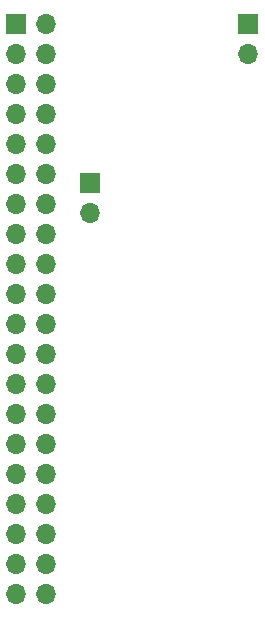
<source format=gbr>
G04 #@! TF.GenerationSoftware,KiCad,Pcbnew,5.0.2+dfsg1-1*
G04 #@! TF.CreationDate,2020-08-24T01:19:37-04:00*
G04 #@! TF.ProjectId,hardware,68617264-7761-4726-952e-6b696361645f,rev?*
G04 #@! TF.SameCoordinates,Original*
G04 #@! TF.FileFunction,Copper,L2,Bot*
G04 #@! TF.FilePolarity,Positive*
%FSLAX46Y46*%
G04 Gerber Fmt 4.6, Leading zero omitted, Abs format (unit mm)*
G04 Created by KiCad (PCBNEW 5.0.2+dfsg1-1) date Mon 24 Aug 2020 01:19:37 AM EDT*
%MOMM*%
%LPD*%
G01*
G04 APERTURE LIST*
G04 #@! TA.AperFunction,ComponentPad*
%ADD10R,1.700000X1.700000*%
G04 #@! TD*
G04 #@! TA.AperFunction,ComponentPad*
%ADD11O,1.700000X1.700000*%
G04 #@! TD*
G04 APERTURE END LIST*
D10*
G04 #@! TO.P,BT1,1*
G04 #@! TO.N,BAT+*
X147205001Y-69135001D03*
D11*
G04 #@! TO.P,BT1,2*
G04 #@! TO.N,BAT-*
X147205001Y-71675001D03*
G04 #@! TD*
D10*
G04 #@! TO.P,J2,1*
G04 #@! TO.N,VDD*
X127555001Y-69135001D03*
D11*
G04 #@! TO.P,J2,2*
G04 #@! TO.N,BAT-*
X130095001Y-69135001D03*
G04 #@! TO.P,J2,3*
G04 #@! TO.N,IC_RE0*
X127555001Y-71675001D03*
G04 #@! TO.P,J2,4*
G04 #@! TO.N,IC_RE1*
X130095001Y-71675001D03*
G04 #@! TO.P,J2,5*
G04 #@! TO.N,IC_RE2*
X127555001Y-74215001D03*
G04 #@! TO.P,J2,6*
G04 #@! TO.N,IC_RD0*
X130095001Y-74215001D03*
G04 #@! TO.P,J2,7*
G04 #@! TO.N,IC_RD1*
X127555001Y-76755001D03*
G04 #@! TO.P,J2,8*
G04 #@! TO.N,IC_RD2*
X130095001Y-76755001D03*
G04 #@! TO.P,J2,9*
G04 #@! TO.N,IC_RD3*
X127555001Y-79295001D03*
G04 #@! TO.P,J2,10*
G04 #@! TO.N,IC_RD4*
X130095001Y-79295001D03*
G04 #@! TO.P,J2,11*
G04 #@! TO.N,IC_RD5*
X127555001Y-81835001D03*
G04 #@! TO.P,J2,12*
G04 #@! TO.N,IC_RD6*
X130095001Y-81835001D03*
G04 #@! TO.P,J2,13*
G04 #@! TO.N,IC_RD7*
X127555001Y-84375001D03*
G04 #@! TO.P,J2,14*
G04 #@! TO.N,IC_RC0*
X130095001Y-84375001D03*
G04 #@! TO.P,J2,15*
G04 #@! TO.N,IC_RC1*
X127555001Y-86915001D03*
G04 #@! TO.P,J2,16*
G04 #@! TO.N,IC_RC2*
X130095001Y-86915001D03*
G04 #@! TO.P,J2,17*
G04 #@! TO.N,IC_RC6*
X127555001Y-89455001D03*
G04 #@! TO.P,J2,18*
G04 #@! TO.N,IC_RC7*
X130095001Y-89455001D03*
G04 #@! TO.P,J2,19*
G04 #@! TO.N,IC_OSC1*
X127555001Y-91995001D03*
G04 #@! TO.P,J2,20*
G04 #@! TO.N,IC_OSC2*
X130095001Y-91995001D03*
G04 #@! TO.P,J2,21*
G04 #@! TO.N,USB_D+*
X127555001Y-94535001D03*
G04 #@! TO.P,J2,22*
G04 #@! TO.N,USB_D-*
X130095001Y-94535001D03*
G04 #@! TO.P,J2,23*
G04 #@! TO.N,USB_VBUS*
X127555001Y-97075001D03*
G04 #@! TO.P,J2,24*
G04 #@! TO.N,IC_ICVPP*
X130095001Y-97075001D03*
G04 #@! TO.P,J2,25*
G04 #@! TO.N,IC_ICPGD*
X127555001Y-99615001D03*
G04 #@! TO.P,J2,26*
G04 #@! TO.N,IC_ICPGC*
X130095001Y-99615001D03*
G04 #@! TO.P,J2,27*
G04 #@! TO.N,IC_RB7*
X127555001Y-102155001D03*
G04 #@! TO.P,J2,28*
G04 #@! TO.N,IC_RB6*
X130095001Y-102155001D03*
G04 #@! TO.P,J2,29*
G04 #@! TO.N,IC_RB5*
X127555001Y-104695001D03*
G04 #@! TO.P,J2,30*
G04 #@! TO.N,IC_RB4*
X130095001Y-104695001D03*
G04 #@! TO.P,J2,31*
G04 #@! TO.N,IC_RB3*
X127555001Y-107235001D03*
G04 #@! TO.P,J2,32*
G04 #@! TO.N,IC_RB2*
X130095001Y-107235001D03*
G04 #@! TO.P,J2,33*
G04 #@! TO.N,IC_RB1*
X127555001Y-109775001D03*
G04 #@! TO.P,J2,34*
G04 #@! TO.N,IC_RB0*
X130095001Y-109775001D03*
G04 #@! TO.P,J2,35*
G04 #@! TO.N,IC_RA5*
X127555001Y-112315001D03*
G04 #@! TO.P,J2,36*
G04 #@! TO.N,IC_RA4*
X130095001Y-112315001D03*
G04 #@! TO.P,J2,37*
G04 #@! TO.N,IC_RA3*
X127555001Y-114855001D03*
G04 #@! TO.P,J2,38*
G04 #@! TO.N,IC_RA2*
X130095001Y-114855001D03*
G04 #@! TO.P,J2,39*
G04 #@! TO.N,IC_RA1*
X127555001Y-117395001D03*
G04 #@! TO.P,J2,40*
G04 #@! TO.N,IC_RA0*
X130095001Y-117395001D03*
G04 #@! TD*
D10*
G04 #@! TO.P,JP1,1*
G04 #@! TO.N,Net-(JP1-Pad1)*
X133755001Y-82585001D03*
D11*
G04 #@! TO.P,JP1,2*
G04 #@! TO.N,Net-(C14-Pad1)*
X133755001Y-85125001D03*
G04 #@! TD*
M02*

</source>
